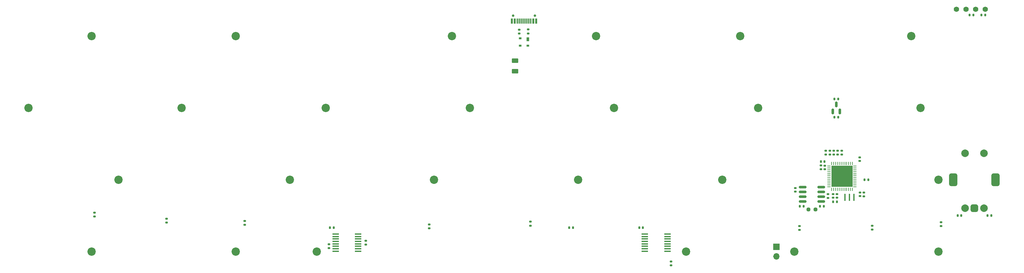
<source format=gbr>
%TF.GenerationSoftware,KiCad,Pcbnew,(7.0.0)*%
%TF.CreationDate,2024-01-19T15:20:53+01:00*%
%TF.ProjectId,oceanographer EC,6f636561-6e6f-4677-9261-706865722045,rev?*%
%TF.SameCoordinates,Original*%
%TF.FileFunction,Soldermask,Bot*%
%TF.FilePolarity,Negative*%
%FSLAX46Y46*%
G04 Gerber Fmt 4.6, Leading zero omitted, Abs format (unit mm)*
G04 Created by KiCad (PCBNEW (7.0.0)) date 2024-01-19 15:20:53*
%MOMM*%
%LPD*%
G01*
G04 APERTURE LIST*
G04 Aperture macros list*
%AMRoundRect*
0 Rectangle with rounded corners*
0 $1 Rounding radius*
0 $2 $3 $4 $5 $6 $7 $8 $9 X,Y pos of 4 corners*
0 Add a 4 corners polygon primitive as box body*
4,1,4,$2,$3,$4,$5,$6,$7,$8,$9,$2,$3,0*
0 Add four circle primitives for the rounded corners*
1,1,$1+$1,$2,$3*
1,1,$1+$1,$4,$5*
1,1,$1+$1,$6,$7*
1,1,$1+$1,$8,$9*
0 Add four rect primitives between the rounded corners*
20,1,$1+$1,$2,$3,$4,$5,0*
20,1,$1+$1,$4,$5,$6,$7,0*
20,1,$1+$1,$6,$7,$8,$9,0*
20,1,$1+$1,$8,$9,$2,$3,0*%
G04 Aperture macros list end*
%ADD10C,2.200000*%
%ADD11C,2.000000*%
%ADD12RoundRect,0.500000X0.500000X-0.500000X0.500000X0.500000X-0.500000X0.500000X-0.500000X-0.500000X0*%
%ADD13RoundRect,0.550000X0.550000X-1.150000X0.550000X1.150000X-0.550000X1.150000X-0.550000X-1.150000X0*%
%ADD14C,1.397000*%
%ADD15RoundRect,0.140000X-0.170000X0.140000X-0.170000X-0.140000X0.170000X-0.140000X0.170000X0.140000X0*%
%ADD16RoundRect,0.135000X0.185000X-0.135000X0.185000X0.135000X-0.185000X0.135000X-0.185000X-0.135000X0*%
%ADD17RoundRect,0.135000X-0.185000X0.135000X-0.185000X-0.135000X0.185000X-0.135000X0.185000X0.135000X0*%
%ADD18RoundRect,0.062500X0.062500X-0.375000X0.062500X0.375000X-0.062500X0.375000X-0.062500X-0.375000X0*%
%ADD19RoundRect,0.062500X0.375000X-0.062500X0.375000X0.062500X-0.375000X0.062500X-0.375000X-0.062500X0*%
%ADD20R,5.600000X5.600000*%
%ADD21R,1.778000X0.419100*%
%ADD22RoundRect,0.135000X0.135000X0.185000X-0.135000X0.185000X-0.135000X-0.185000X0.135000X-0.185000X0*%
%ADD23RoundRect,0.135000X-0.135000X-0.185000X0.135000X-0.185000X0.135000X0.185000X-0.135000X0.185000X0*%
%ADD24RoundRect,0.140000X-0.140000X-0.170000X0.140000X-0.170000X0.140000X0.170000X-0.140000X0.170000X0*%
%ADD25RoundRect,0.140000X0.140000X0.170000X-0.140000X0.170000X-0.140000X-0.170000X0.140000X-0.170000X0*%
%ADD26RoundRect,0.250000X-0.625000X0.375000X-0.625000X-0.375000X0.625000X-0.375000X0.625000X0.375000X0*%
%ADD27R,1.700000X1.700000*%
%ADD28O,1.700000X1.700000*%
%ADD29RoundRect,0.150000X0.150000X-0.587500X0.150000X0.587500X-0.150000X0.587500X-0.150000X-0.587500X0*%
%ADD30RoundRect,0.140000X0.170000X-0.140000X0.170000X0.140000X-0.170000X0.140000X-0.170000X-0.140000X0*%
%ADD31RoundRect,0.150000X-0.825000X-0.150000X0.825000X-0.150000X0.825000X0.150000X-0.825000X0.150000X0*%
%ADD32RoundRect,0.237500X0.250000X0.237500X-0.250000X0.237500X-0.250000X-0.237500X0.250000X-0.237500X0*%
%ADD33C,0.650000*%
%ADD34R,0.600000X1.450000*%
%ADD35R,0.300000X1.450000*%
%ADD36R,0.700000X1.000000*%
%ADD37R,0.700000X0.600000*%
%ADD38R,0.400000X1.900000*%
G04 APERTURE END LIST*
D10*
%TO.C,H16*%
X255587500Y-70643750D03*
%TD*%
%TO.C,H15*%
X260350000Y-108743750D03*
%TD*%
%TO.C,H6*%
X98425000Y-70643750D03*
%TD*%
%TO.C,H4*%
X253206250Y-51593750D03*
%TD*%
%TO.C,H5*%
X60325000Y-70643750D03*
%TD*%
%TO.C,H21*%
X127000000Y-89693750D03*
%TD*%
%TO.C,H14*%
X193675000Y-108743750D03*
%TD*%
%TO.C,H11*%
X260350000Y-89693750D03*
%TD*%
%TO.C,H8*%
X43656250Y-89693750D03*
%TD*%
%TO.C,H19*%
X136525000Y-70643750D03*
%TD*%
%TO.C,H18*%
X74612500Y-51593750D03*
%TD*%
%TO.C,H1*%
X36512500Y-51593750D03*
%TD*%
%TO.C,H22*%
X207962500Y-51593750D03*
%TD*%
%TO.C,H10*%
X165100000Y-89693750D03*
%TD*%
D11*
%TO.C,SW2*%
X267375000Y-97193750D03*
X272375000Y-97193750D03*
D12*
X269875000Y-97193750D03*
D13*
X264275000Y-89693750D03*
X275475000Y-89693750D03*
D11*
X272375000Y-82693750D03*
X267375000Y-82693750D03*
%TD*%
D10*
%TO.C,H12*%
X74612500Y-108743750D03*
%TD*%
%TO.C,H23*%
X174625000Y-70643750D03*
%TD*%
%TO.C,H7*%
X212725000Y-70643750D03*
%TD*%
%TO.C,H20*%
X36512500Y-108743750D03*
%TD*%
%TO.C,H3*%
X169862500Y-51593750D03*
%TD*%
%TO.C,H2*%
X131762500Y-51593750D03*
%TD*%
%TO.C,H13*%
X96043750Y-108743750D03*
%TD*%
%TO.C,H25*%
X203200000Y-89693750D03*
%TD*%
%TO.C,H24*%
X222250000Y-108743750D03*
%TD*%
%TO.C,H9*%
X88900000Y-89693750D03*
%TD*%
D14*
%TO.C,OL1*%
X272742500Y-44450000D03*
X270202500Y-44450000D03*
X267662500Y-44450000D03*
X265122500Y-44450000D03*
%TD*%
D10*
%TO.C,H17*%
X19843750Y-70643750D03*
%TD*%
D15*
%TO.C,C6*%
X232556998Y-93522513D03*
X232556998Y-94482513D03*
%TD*%
D16*
%TO.C,R1*%
X234837714Y-83023426D03*
X234837714Y-82003426D03*
%TD*%
D17*
%TO.C,R12*%
X56356250Y-100062500D03*
X56356250Y-101082500D03*
%TD*%
D15*
%TO.C,C2*%
X239618750Y-93088750D03*
X239618750Y-94048750D03*
%TD*%
D18*
%TO.C,U1*%
X237606250Y-92243750D03*
X237106250Y-92243750D03*
X236606250Y-92243750D03*
X236106250Y-92243750D03*
X235606250Y-92243750D03*
X235106250Y-92243750D03*
X234606250Y-92243750D03*
X234106250Y-92243750D03*
X233606250Y-92243750D03*
X233106250Y-92243750D03*
X232606250Y-92243750D03*
X232106250Y-92243750D03*
D19*
X231418750Y-91556250D03*
X231418750Y-91056250D03*
X231418750Y-90556250D03*
X231418750Y-90056250D03*
X231418750Y-89556250D03*
X231418750Y-89056250D03*
X231418750Y-88556250D03*
X231418750Y-88056250D03*
X231418750Y-87556250D03*
X231418750Y-87056250D03*
X231418750Y-86556250D03*
X231418750Y-86056250D03*
D18*
X232106250Y-85368750D03*
X232606250Y-85368750D03*
X233106250Y-85368750D03*
X233606250Y-85368750D03*
X234106250Y-85368750D03*
X234606250Y-85368750D03*
X235106250Y-85368750D03*
X235606250Y-85368750D03*
X236106250Y-85368750D03*
X236606250Y-85368750D03*
X237106250Y-85368750D03*
X237606250Y-85368750D03*
D19*
X238293750Y-86056250D03*
X238293750Y-86556250D03*
X238293750Y-87056250D03*
X238293750Y-87556250D03*
X238293750Y-88056250D03*
X238293750Y-88556250D03*
X238293750Y-89056250D03*
X238293750Y-89556250D03*
X238293750Y-90056250D03*
X238293750Y-90556250D03*
X238293750Y-91056250D03*
X238293750Y-91556250D03*
D20*
X234856249Y-88806249D03*
%TD*%
D21*
%TO.C,U5*%
X188711839Y-104089199D03*
X188711839Y-104739439D03*
X188711839Y-105389679D03*
X188711839Y-106039919D03*
X188711839Y-106685079D03*
X188711839Y-107335319D03*
X188711839Y-107985559D03*
X188711839Y-108635799D03*
X182763159Y-108635799D03*
X182763159Y-107985559D03*
X182763159Y-107335319D03*
X182763159Y-106685079D03*
X182763159Y-106039919D03*
X182763159Y-105389679D03*
X182763159Y-104739439D03*
X182763159Y-104089199D03*
%TD*%
D17*
%TO.C,R4*%
X232675141Y-82003426D03*
X232675141Y-83023426D03*
%TD*%
D22*
%TO.C,R17*%
X269591250Y-46037500D03*
X268571250Y-46037500D03*
%TD*%
D16*
%TO.C,R2*%
X230579325Y-83023426D03*
X230579325Y-82003426D03*
%TD*%
D23*
%TO.C,R7*%
X232516946Y-95516759D03*
X233536946Y-95516759D03*
%TD*%
D17*
%TO.C,R8*%
X229300000Y-85921704D03*
X229300000Y-86941704D03*
%TD*%
D24*
%TO.C,C9*%
X232882500Y-73113757D03*
X233842500Y-73113757D03*
%TD*%
D17*
%TO.C,R19*%
X189706250Y-111408750D03*
X189706250Y-112428750D03*
%TD*%
%TO.C,R23*%
X242832727Y-101870075D03*
X242832727Y-102890075D03*
%TD*%
%TO.C,R21*%
X152489007Y-100833403D03*
X152489007Y-101853403D03*
%TD*%
D25*
%TO.C,C8*%
X233842500Y-68262500D03*
X232882500Y-68262500D03*
%TD*%
D16*
%TO.C,R13*%
X37306250Y-99445000D03*
X37306250Y-98425000D03*
%TD*%
D15*
%TO.C,C7*%
X233497819Y-93523981D03*
X233497819Y-94483981D03*
%TD*%
D24*
%TO.C,C13*%
X181288750Y-102393750D03*
X182248750Y-102393750D03*
%TD*%
D26*
%TO.C,F_USBC1*%
X148431250Y-58131250D03*
X148431250Y-60931250D03*
%TD*%
D27*
%TO.C,SW1*%
X217487499Y-107468749D03*
D28*
X217487499Y-110008749D03*
%TD*%
D22*
%TO.C,R25*%
X224763750Y-96743750D03*
X223743750Y-96743750D03*
%TD*%
D17*
%TO.C,R9*%
X151880851Y-49864394D03*
X151880851Y-50884394D03*
%TD*%
D22*
%TO.C,R16*%
X272766250Y-46037500D03*
X271746250Y-46037500D03*
%TD*%
D24*
%TO.C,C11*%
X273363750Y-99218750D03*
X274323750Y-99218750D03*
%TD*%
D25*
%TO.C,C3*%
X230264816Y-84858130D03*
X229304816Y-84858130D03*
%TD*%
D29*
%TO.C,U2*%
X234312500Y-71581250D03*
X232412500Y-71581250D03*
X233362500Y-69706250D03*
%TD*%
D30*
%TO.C,C4*%
X239515478Y-84719951D03*
X239515478Y-83759951D03*
%TD*%
D25*
%TO.C,C12*%
X266386250Y-99218750D03*
X265426250Y-99218750D03*
%TD*%
D31*
%TO.C,U6*%
X224443750Y-95473750D03*
X224443750Y-94203750D03*
X224443750Y-92933750D03*
X224443750Y-91663750D03*
X229393750Y-91663750D03*
X229393750Y-92933750D03*
X229393750Y-94203750D03*
X229393750Y-95473750D03*
%TD*%
D15*
%TO.C,C14*%
X222511287Y-91888631D03*
X222511287Y-92848631D03*
%TD*%
D17*
%TO.C,R26*%
X261013719Y-100970265D03*
X261013719Y-101990265D03*
%TD*%
D32*
%TO.C,JP1*%
X227831250Y-97537500D03*
X226006250Y-97537500D03*
%TD*%
D17*
%TO.C,R22*%
X223639054Y-101941694D03*
X223639054Y-102961694D03*
%TD*%
D33*
%TO.C,USB1*%
X147922500Y-46215000D03*
X153702500Y-46215000D03*
D34*
X147587499Y-47659999D03*
X148362499Y-47659999D03*
D35*
X149062499Y-47659999D03*
X149562499Y-47659999D03*
X150062499Y-47659999D03*
X150562499Y-47659999D03*
X151062499Y-47659999D03*
X151562499Y-47659999D03*
X152062499Y-47659999D03*
X152562499Y-47659999D03*
D34*
X153262499Y-47659999D03*
X154037499Y-47659999D03*
%TD*%
D17*
%TO.C,R11*%
X76993750Y-100654803D03*
X76993750Y-101674803D03*
%TD*%
%TO.C,R5*%
X233725019Y-82003426D03*
X233725019Y-83023426D03*
%TD*%
D36*
%TO.C,D1*%
X151812499Y-52431249D03*
D37*
X151812499Y-54131249D03*
X149812499Y-54131249D03*
X149812499Y-52231249D03*
%TD*%
D24*
%TO.C,C10*%
X99532500Y-102393750D03*
X100492500Y-102393750D03*
%TD*%
D15*
%TO.C,C15*%
X231198594Y-93535746D03*
X231198594Y-94495746D03*
%TD*%
D30*
%TO.C,C1*%
X230274750Y-86905000D03*
X230274750Y-85945000D03*
%TD*%
D16*
%TO.C,R6*%
X149563877Y-50923798D03*
X149563877Y-49903798D03*
%TD*%
D17*
%TO.C,R14*%
X99218750Y-106796975D03*
X99218750Y-107816975D03*
%TD*%
D15*
%TO.C,C5*%
X240648105Y-93103691D03*
X240648105Y-94063691D03*
%TD*%
D23*
%TO.C,R24*%
X229073750Y-96743750D03*
X230093750Y-96743750D03*
%TD*%
D16*
%TO.C,R15*%
X108961023Y-106872499D03*
X108961023Y-105852499D03*
%TD*%
D22*
%TO.C,R20*%
X163738750Y-102393750D03*
X162718750Y-102393750D03*
%TD*%
D23*
%TO.C,R10*%
X240790000Y-89693750D03*
X241810000Y-89693750D03*
%TD*%
D38*
%TO.C,Y1*%
X238049999Y-94362499D03*
X236849999Y-94362499D03*
X235649999Y-94362499D03*
%TD*%
D21*
%TO.C,U3*%
X106955589Y-104089199D03*
X106955589Y-104739439D03*
X106955589Y-105389679D03*
X106955589Y-106039919D03*
X106955589Y-106685079D03*
X106955589Y-107335319D03*
X106955589Y-107985559D03*
X106955589Y-108635799D03*
X101006909Y-108635799D03*
X101006909Y-107985559D03*
X101006909Y-107335319D03*
X101006909Y-106685079D03*
X101006909Y-106039919D03*
X101006909Y-105389679D03*
X101006909Y-104739439D03*
X101006909Y-104089199D03*
%TD*%
D17*
%TO.C,R18*%
X125752100Y-101560183D03*
X125752100Y-102580183D03*
%TD*%
D16*
%TO.C,R3*%
X231646688Y-83023426D03*
X231646688Y-82003426D03*
%TD*%
M02*

</source>
